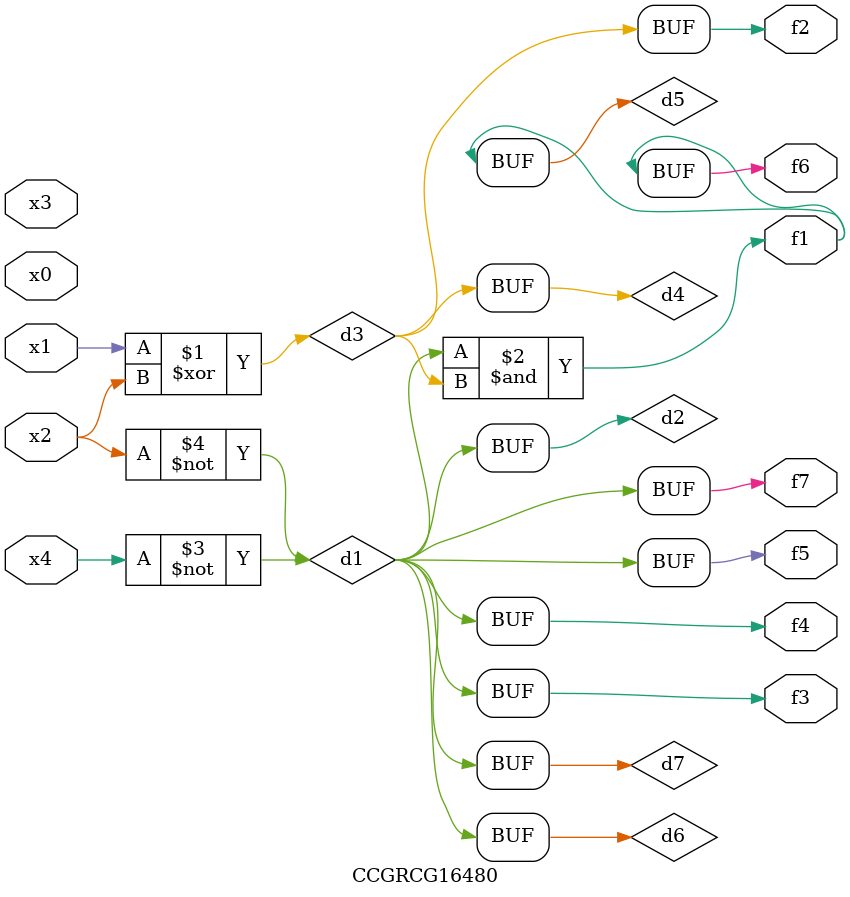
<source format=v>
module CCGRCG16480(
	input x0, x1, x2, x3, x4,
	output f1, f2, f3, f4, f5, f6, f7
);

	wire d1, d2, d3, d4, d5, d6, d7;

	not (d1, x4);
	not (d2, x2);
	xor (d3, x1, x2);
	buf (d4, d3);
	and (d5, d1, d3);
	buf (d6, d1, d2);
	buf (d7, d2);
	assign f1 = d5;
	assign f2 = d4;
	assign f3 = d7;
	assign f4 = d7;
	assign f5 = d7;
	assign f6 = d5;
	assign f7 = d7;
endmodule

</source>
